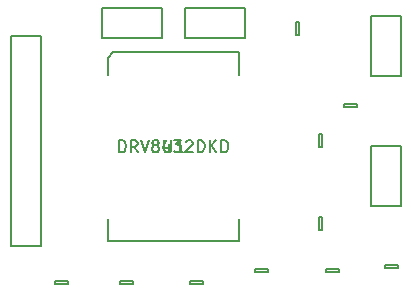
<source format=gbr>
G04 #@! TF.FileFunction,Legend,Top*
%FSLAX46Y46*%
G04 Gerber Fmt 4.6, Leading zero omitted, Abs format (unit mm)*
G04 Created by KiCad (PCBNEW 4.0.5) date Tuesday, 21 March 2017 'PMt' 17:51:32*
%MOMM*%
%LPD*%
G01*
G04 APERTURE LIST*
%ADD10C,0.100000*%
%ADD11C,0.150000*%
%ADD12C,0.152400*%
G04 APERTURE END LIST*
D10*
D11*
X208730000Y-115540000D02*
X208730000Y-110460000D01*
X208730000Y-110460000D02*
X211270000Y-110460000D01*
X211270000Y-110460000D02*
X211270000Y-115540000D01*
X211270000Y-115540000D02*
X208730000Y-115540000D01*
X204375000Y-109450000D02*
X204625000Y-109450000D01*
X204625000Y-109450000D02*
X204625000Y-110550000D01*
X204625000Y-110550000D02*
X204375000Y-110550000D01*
X204375000Y-110550000D02*
X204375000Y-109450000D01*
X204375000Y-116450000D02*
X204625000Y-116450000D01*
X204625000Y-116450000D02*
X204625000Y-117550000D01*
X204625000Y-117550000D02*
X204375000Y-117550000D01*
X204375000Y-117550000D02*
X204375000Y-116450000D01*
X206450000Y-107125000D02*
X206450000Y-106875000D01*
X206450000Y-106875000D02*
X207550000Y-106875000D01*
X207550000Y-106875000D02*
X207550000Y-107125000D01*
X207550000Y-107125000D02*
X206450000Y-107125000D01*
X200050000Y-120875000D02*
X200050000Y-121125000D01*
X200050000Y-121125000D02*
X198950000Y-121125000D01*
X198950000Y-121125000D02*
X198950000Y-120875000D01*
X198950000Y-120875000D02*
X200050000Y-120875000D01*
X211050000Y-120475000D02*
X211050000Y-120725000D01*
X211050000Y-120725000D02*
X209950000Y-120725000D01*
X209950000Y-120725000D02*
X209950000Y-120475000D01*
X209950000Y-120475000D02*
X211050000Y-120475000D01*
X206050000Y-120875000D02*
X206050000Y-121125000D01*
X206050000Y-121125000D02*
X204950000Y-121125000D01*
X204950000Y-121125000D02*
X204950000Y-120875000D01*
X204950000Y-120875000D02*
X206050000Y-120875000D01*
X194550000Y-121875000D02*
X194550000Y-122125000D01*
X194550000Y-122125000D02*
X193450000Y-122125000D01*
X193450000Y-122125000D02*
X193450000Y-121875000D01*
X193450000Y-121875000D02*
X194550000Y-121875000D01*
X181950000Y-122125000D02*
X181950000Y-121875000D01*
X181950000Y-121875000D02*
X183050000Y-121875000D01*
X183050000Y-121875000D02*
X183050000Y-122125000D01*
X183050000Y-122125000D02*
X181950000Y-122125000D01*
X188550000Y-121875000D02*
X188550000Y-122125000D01*
X188550000Y-122125000D02*
X187450000Y-122125000D01*
X187450000Y-122125000D02*
X187450000Y-121875000D01*
X187450000Y-121875000D02*
X188550000Y-121875000D01*
X180770000Y-101110000D02*
X180770000Y-118890000D01*
X180770000Y-118890000D02*
X178230000Y-118890000D01*
X178230000Y-118890000D02*
X178230000Y-101110000D01*
X178230000Y-101110000D02*
X180770000Y-101110000D01*
X208730000Y-104540000D02*
X208730000Y-99460000D01*
X208730000Y-99460000D02*
X211270000Y-99460000D01*
X211270000Y-99460000D02*
X211270000Y-104540000D01*
X211270000Y-104540000D02*
X208730000Y-104540000D01*
X198040000Y-101270000D02*
X192960000Y-101270000D01*
X192960000Y-101270000D02*
X192960000Y-98730000D01*
X192960000Y-98730000D02*
X198040000Y-98730000D01*
X198040000Y-98730000D02*
X198040000Y-101270000D01*
X185960000Y-98730000D02*
X191040000Y-98730000D01*
X191040000Y-98730000D02*
X191040000Y-101270000D01*
X191040000Y-101270000D02*
X185960000Y-101270000D01*
X185960000Y-101270000D02*
X185960000Y-98730000D01*
X202375000Y-99950000D02*
X202625000Y-99950000D01*
X202625000Y-99950000D02*
X202625000Y-101050000D01*
X202625000Y-101050000D02*
X202375000Y-101050000D01*
X202375000Y-101050000D02*
X202375000Y-99950000D01*
D12*
X186450001Y-118499999D02*
X186450001Y-116624999D01*
X186450001Y-118499999D02*
X197549999Y-118499999D01*
X197549999Y-118499999D02*
X197549999Y-116624999D01*
X186900000Y-102500001D02*
X197549999Y-102500001D01*
X186450001Y-104375001D02*
X186450001Y-103000000D01*
X197549999Y-104375001D02*
X197549999Y-102500001D01*
X186450001Y-103000000D02*
X186900000Y-102500001D01*
D11*
X191238095Y-109952381D02*
X191238095Y-110761905D01*
X191285714Y-110857143D01*
X191333333Y-110904762D01*
X191428571Y-110952381D01*
X191619048Y-110952381D01*
X191714286Y-110904762D01*
X191761905Y-110857143D01*
X191809524Y-110761905D01*
X191809524Y-109952381D01*
X192809524Y-110952381D02*
X192238095Y-110952381D01*
X192523809Y-110952381D02*
X192523809Y-109952381D01*
X192428571Y-110095238D01*
X192333333Y-110190476D01*
X192238095Y-110238095D01*
X187404762Y-110952381D02*
X187404762Y-109952381D01*
X187642857Y-109952381D01*
X187785715Y-110000000D01*
X187880953Y-110095238D01*
X187928572Y-110190476D01*
X187976191Y-110380952D01*
X187976191Y-110523810D01*
X187928572Y-110714286D01*
X187880953Y-110809524D01*
X187785715Y-110904762D01*
X187642857Y-110952381D01*
X187404762Y-110952381D01*
X188976191Y-110952381D02*
X188642857Y-110476190D01*
X188404762Y-110952381D02*
X188404762Y-109952381D01*
X188785715Y-109952381D01*
X188880953Y-110000000D01*
X188928572Y-110047619D01*
X188976191Y-110142857D01*
X188976191Y-110285714D01*
X188928572Y-110380952D01*
X188880953Y-110428571D01*
X188785715Y-110476190D01*
X188404762Y-110476190D01*
X189261905Y-109952381D02*
X189595238Y-110952381D01*
X189928572Y-109952381D01*
X190404762Y-110380952D02*
X190309524Y-110333333D01*
X190261905Y-110285714D01*
X190214286Y-110190476D01*
X190214286Y-110142857D01*
X190261905Y-110047619D01*
X190309524Y-110000000D01*
X190404762Y-109952381D01*
X190595239Y-109952381D01*
X190690477Y-110000000D01*
X190738096Y-110047619D01*
X190785715Y-110142857D01*
X190785715Y-110190476D01*
X190738096Y-110285714D01*
X190690477Y-110333333D01*
X190595239Y-110380952D01*
X190404762Y-110380952D01*
X190309524Y-110428571D01*
X190261905Y-110476190D01*
X190214286Y-110571429D01*
X190214286Y-110761905D01*
X190261905Y-110857143D01*
X190309524Y-110904762D01*
X190404762Y-110952381D01*
X190595239Y-110952381D01*
X190690477Y-110904762D01*
X190738096Y-110857143D01*
X190785715Y-110761905D01*
X190785715Y-110571429D01*
X190738096Y-110476190D01*
X190690477Y-110428571D01*
X190595239Y-110380952D01*
X191642858Y-110285714D02*
X191642858Y-110952381D01*
X191404762Y-109904762D02*
X191166667Y-110619048D01*
X191785715Y-110619048D01*
X192071429Y-109952381D02*
X192690477Y-109952381D01*
X192357143Y-110333333D01*
X192500001Y-110333333D01*
X192595239Y-110380952D01*
X192642858Y-110428571D01*
X192690477Y-110523810D01*
X192690477Y-110761905D01*
X192642858Y-110857143D01*
X192595239Y-110904762D01*
X192500001Y-110952381D01*
X192214286Y-110952381D01*
X192119048Y-110904762D01*
X192071429Y-110857143D01*
X193071429Y-110047619D02*
X193119048Y-110000000D01*
X193214286Y-109952381D01*
X193452382Y-109952381D01*
X193547620Y-110000000D01*
X193595239Y-110047619D01*
X193642858Y-110142857D01*
X193642858Y-110238095D01*
X193595239Y-110380952D01*
X193023810Y-110952381D01*
X193642858Y-110952381D01*
X194071429Y-110952381D02*
X194071429Y-109952381D01*
X194309524Y-109952381D01*
X194452382Y-110000000D01*
X194547620Y-110095238D01*
X194595239Y-110190476D01*
X194642858Y-110380952D01*
X194642858Y-110523810D01*
X194595239Y-110714286D01*
X194547620Y-110809524D01*
X194452382Y-110904762D01*
X194309524Y-110952381D01*
X194071429Y-110952381D01*
X195071429Y-110952381D02*
X195071429Y-109952381D01*
X195642858Y-110952381D02*
X195214286Y-110380952D01*
X195642858Y-109952381D02*
X195071429Y-110523810D01*
X196071429Y-110952381D02*
X196071429Y-109952381D01*
X196309524Y-109952381D01*
X196452382Y-110000000D01*
X196547620Y-110095238D01*
X196595239Y-110190476D01*
X196642858Y-110380952D01*
X196642858Y-110523810D01*
X196595239Y-110714286D01*
X196547620Y-110809524D01*
X196452382Y-110904762D01*
X196309524Y-110952381D01*
X196071429Y-110952381D01*
M02*

</source>
